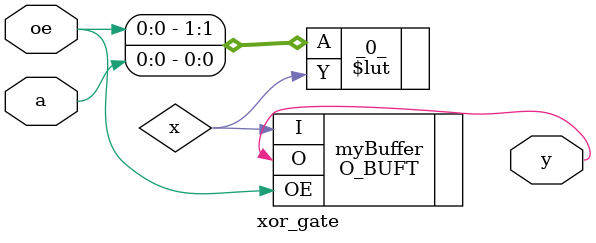
<source format=v>
/* Generated by Yosys 0.18+10 (git sha1 daf9624a5, gcc 11.2.0 -fPIC -Os) */

module xor_gate(a, oe, y);
  input a;
  input oe;
  output y;
  (* src = "/nfs_scratch/zafar/FPGA_PRIMITIVE_TEST_CASE/o_buft/xor_gate.sv:2" *)
  (* src = "/nfs_scratch/zafar/FPGA_PRIMITIVE_TEST_CASE/o_buft/xor_gate.sv:2" *)
  wire a;
  (* src = "/nfs_scratch/zafar/FPGA_PRIMITIVE_TEST_CASE/o_buft/xor_gate.sv:3" *)
  (* src = "/nfs_scratch/zafar/FPGA_PRIMITIVE_TEST_CASE/o_buft/xor_gate.sv:3" *)
  wire oe;
  (* src = "/nfs_scratch/zafar/FPGA_PRIMITIVE_TEST_CASE/o_buft/xor_gate.sv:8" *)
  wire x;
  (* src = "/nfs_scratch/zafar/FPGA_PRIMITIVE_TEST_CASE/o_buft/xor_gate.sv:4" *)
  (* src = "/nfs_scratch/zafar/FPGA_PRIMITIVE_TEST_CASE/o_buft/xor_gate.sv:4" *)
  wire y;
  \$lut  #(
    .LUT(4'h4),
    .WIDTH(32'h00000002)
  ) _0_ (
    .A({ oe, a }),
    .Y(x)
  );
  O_BUFT #(
    .DELAY(1'h0),
    .SLEW_RATE("SLOW")
  ) myBuffer (
    .I(x),
    .O(y),
    .OE(oe)
  );
endmodule

</source>
